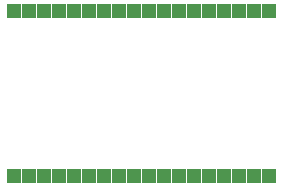
<source format=gbs>
G75*
%MOIN*%
%OFA0B0*%
%FSLAX24Y24*%
%IPPOS*%
%LPD*%
%AMOC8*
5,1,8,0,0,1.08239X$1,22.5*
%
%ADD10R,0.0476X0.0476*%
D10*
X003275Y000505D03*
X003776Y000506D03*
X004276Y000506D03*
X004776Y000506D03*
X005276Y000506D03*
X005776Y000506D03*
X006276Y000506D03*
X006776Y000506D03*
X007276Y000506D03*
X007776Y000506D03*
X008276Y000506D03*
X008776Y000506D03*
X009276Y000506D03*
X009776Y000506D03*
X010276Y000506D03*
X010776Y000506D03*
X011276Y000506D03*
X011776Y000506D03*
X011776Y006006D03*
X011276Y006006D03*
X010776Y006006D03*
X010276Y006006D03*
X009776Y006006D03*
X009276Y006006D03*
X008776Y006006D03*
X008276Y006006D03*
X007776Y006006D03*
X007276Y006006D03*
X006776Y006006D03*
X006276Y006006D03*
X005776Y006006D03*
X005276Y006006D03*
X004776Y006006D03*
X004276Y006006D03*
X003776Y006006D03*
X003276Y006006D03*
M02*

</source>
